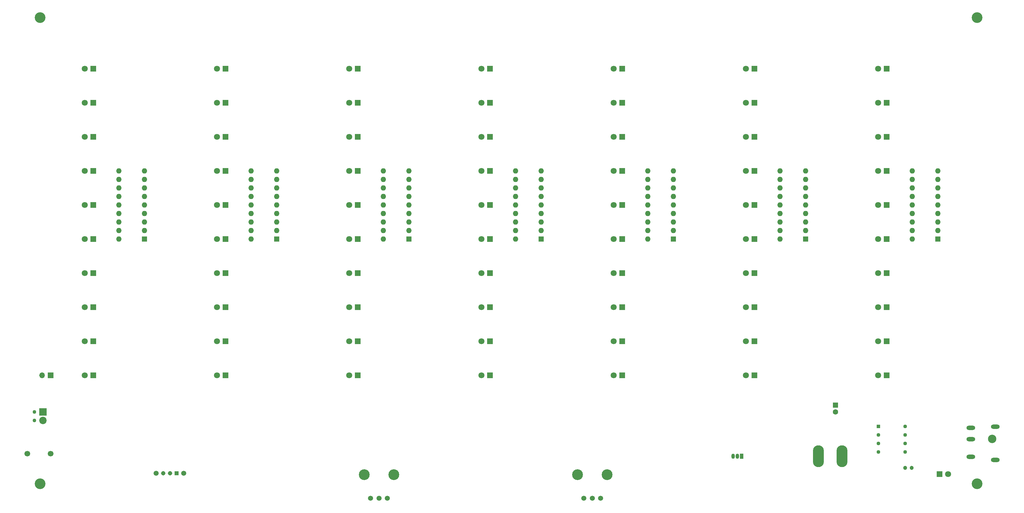
<source format=gbs>
%TF.GenerationSoftware,KiCad,Pcbnew,(6.0.4)*%
%TF.CreationDate,2023-08-04T00:29:49-04:00*%
%TF.ProjectId,Music_Visualizer,4d757369-635f-4566-9973-75616c697a65,rev?*%
%TF.SameCoordinates,Original*%
%TF.FileFunction,Soldermask,Bot*%
%TF.FilePolarity,Negative*%
%FSLAX46Y46*%
G04 Gerber Fmt 4.6, Leading zero omitted, Abs format (unit mm)*
G04 Created by KiCad (PCBNEW (6.0.4)) date 2023-08-04 00:29:49*
%MOMM*%
%LPD*%
G01*
G04 APERTURE LIST*
%ADD10O,2.616000X1.308000*%
%ADD11C,2.500000*%
%ADD12R,1.800000X1.800000*%
%ADD13C,1.800000*%
%ADD14C,1.200000*%
%ADD15C,3.200000*%
%ADD16R,1.600000X1.600000*%
%ADD17O,1.600000X1.600000*%
%ADD18C,1.700000*%
%ADD19C,1.508000*%
%ADD20C,3.216000*%
%ADD21C,1.100000*%
%ADD22R,2.200000X2.200000*%
%ADD23C,2.200000*%
%ADD24C,1.500000*%
%ADD25R,1.308000X1.308000*%
%ADD26C,1.308000*%
%ADD27C,1.600000*%
%ADD28R,1.050000X1.500000*%
%ADD29O,1.050000X1.500000*%
%ADD30R,1.700000X1.700000*%
%ADD31O,1.700000X1.700000*%
%ADD32O,3.260000X6.520000*%
%ADD33R,1.130000X1.130000*%
%ADD34C,1.130000*%
G04 APERTURE END LIST*
D10*
%TO.C,J2*%
X352437440Y-164860008D03*
D11*
X351437440Y-158660008D03*
D10*
X352437440Y-154960008D03*
X345137440Y-158760008D03*
X345137440Y-155360008D03*
X345137440Y-163960008D03*
%TD*%
D12*
%TO.C,D39*%
X201930000Y-58420000D03*
D13*
X199390000Y-58420000D03*
%TD*%
D14*
%TO.C,C55*%
X325517000Y-167259000D03*
X327517000Y-167259000D03*
%TD*%
D12*
%TO.C,D6*%
X83820000Y-88900000D03*
D13*
X81280000Y-88900000D03*
%TD*%
D12*
%TO.C,D65*%
X320040000Y-99060000D03*
D13*
X317500000Y-99060000D03*
%TD*%
D15*
%TO.C,H2*%
X347000000Y-33000000D03*
%TD*%
%TO.C,H1*%
X68000000Y-33000000D03*
%TD*%
D12*
%TO.C,D68*%
X320040000Y-68580000D03*
D13*
X317500000Y-68580000D03*
%TD*%
D12*
%TO.C,D44*%
X241300000Y-109220000D03*
D13*
X238760000Y-109220000D03*
%TD*%
D16*
%TO.C,U14*%
X256540000Y-99060000D03*
D17*
X256540000Y-96520000D03*
X256540000Y-93980000D03*
X256540000Y-91440000D03*
X256540000Y-88900000D03*
X256540000Y-86360000D03*
X256540000Y-83820000D03*
X256540000Y-81280000D03*
X256540000Y-78740000D03*
X248920000Y-78740000D03*
X248920000Y-81280000D03*
X248920000Y-83820000D03*
X248920000Y-86360000D03*
X248920000Y-88900000D03*
X248920000Y-91440000D03*
X248920000Y-93980000D03*
X248920000Y-96520000D03*
X248920000Y-99060000D03*
%TD*%
D12*
%TO.C,D51*%
X280670000Y-139700000D03*
D13*
X278130000Y-139700000D03*
%TD*%
D18*
%TO.C,J1*%
X64175000Y-163068000D03*
X71175000Y-163068000D03*
%TD*%
D19*
%TO.C,RV2*%
X229910000Y-176334750D03*
X232410000Y-176334750D03*
X234910000Y-176334750D03*
D20*
X228010000Y-169334750D03*
X236810000Y-169334750D03*
%TD*%
D12*
%TO.C,D21*%
X162560000Y-139700000D03*
D13*
X160020000Y-139700000D03*
%TD*%
D16*
%TO.C,U12*%
X177800000Y-99060000D03*
D17*
X177800000Y-96520000D03*
X177800000Y-93980000D03*
X177800000Y-91440000D03*
X177800000Y-88900000D03*
X177800000Y-86360000D03*
X177800000Y-83820000D03*
X177800000Y-81280000D03*
X177800000Y-78740000D03*
X170180000Y-78740000D03*
X170180000Y-81280000D03*
X170180000Y-83820000D03*
X170180000Y-86360000D03*
X170180000Y-88900000D03*
X170180000Y-91440000D03*
X170180000Y-93980000D03*
X170180000Y-96520000D03*
X170180000Y-99060000D03*
%TD*%
D12*
%TO.C,D60*%
X280670000Y-48260000D03*
D13*
X278130000Y-48260000D03*
%TD*%
D12*
%TO.C,D67*%
X320040000Y-78740000D03*
D13*
X317500000Y-78740000D03*
%TD*%
D21*
%TO.C,J3*%
X66294000Y-153162000D03*
X66294000Y-150622000D03*
D22*
X68834000Y-150622000D03*
D23*
X68834000Y-153162000D03*
%TD*%
D16*
%TO.C,U13*%
X217170000Y-99060000D03*
D17*
X217170000Y-96520000D03*
X217170000Y-93980000D03*
X217170000Y-91440000D03*
X217170000Y-88900000D03*
X217170000Y-86360000D03*
X217170000Y-83820000D03*
X217170000Y-81280000D03*
X217170000Y-78740000D03*
X209550000Y-78740000D03*
X209550000Y-81280000D03*
X209550000Y-83820000D03*
X209550000Y-86360000D03*
X209550000Y-88900000D03*
X209550000Y-91440000D03*
X209550000Y-93980000D03*
X209550000Y-96520000D03*
X209550000Y-99060000D03*
%TD*%
D12*
%TO.C,D2*%
X83820000Y-129540000D03*
D13*
X81280000Y-129540000D03*
%TD*%
D12*
%TO.C,D27*%
X162560000Y-78740000D03*
D13*
X160020000Y-78740000D03*
%TD*%
D12*
%TO.C,D13*%
X123190000Y-119380000D03*
D13*
X120650000Y-119380000D03*
%TD*%
D16*
%TO.C,U11*%
X138430000Y-99060000D03*
D17*
X138430000Y-96520000D03*
X138430000Y-93980000D03*
X138430000Y-91440000D03*
X138430000Y-88900000D03*
X138430000Y-86360000D03*
X138430000Y-83820000D03*
X138430000Y-81280000D03*
X138430000Y-78740000D03*
X130810000Y-78740000D03*
X130810000Y-81280000D03*
X130810000Y-83820000D03*
X130810000Y-86360000D03*
X130810000Y-88900000D03*
X130810000Y-91440000D03*
X130810000Y-93980000D03*
X130810000Y-96520000D03*
X130810000Y-99060000D03*
%TD*%
D12*
%TO.C,D5*%
X83820000Y-99060000D03*
D13*
X81280000Y-99060000D03*
%TD*%
D12*
%TO.C,D14*%
X123190000Y-109220000D03*
D13*
X120650000Y-109220000D03*
%TD*%
D12*
%TO.C,D40*%
X201930000Y-48260000D03*
D13*
X199390000Y-48260000D03*
%TD*%
D12*
%TO.C,D46*%
X241300000Y-88900000D03*
D13*
X238760000Y-88900000D03*
%TD*%
D12*
%TO.C,D8*%
X83820000Y-68580000D03*
D13*
X81280000Y-68580000D03*
%TD*%
D12*
%TO.C,D7*%
X83820000Y-78740000D03*
D13*
X81280000Y-78740000D03*
%TD*%
D12*
%TO.C,D37*%
X201930000Y-78740000D03*
D13*
X199390000Y-78740000D03*
%TD*%
D24*
%TO.C,SW1*%
X110780000Y-168910000D03*
X102580000Y-168910000D03*
D25*
X108680000Y-168910000D03*
D26*
X106680000Y-168910000D03*
X104680000Y-168910000D03*
%TD*%
D12*
%TO.C,D12*%
X123190000Y-129540000D03*
D13*
X120650000Y-129540000D03*
%TD*%
D12*
%TO.C,D58*%
X280670000Y-68580000D03*
D13*
X278130000Y-68580000D03*
%TD*%
D12*
%TO.C,D62*%
X320040000Y-129540000D03*
D13*
X317500000Y-129540000D03*
%TD*%
D12*
%TO.C,D55*%
X280670000Y-99060000D03*
D13*
X278130000Y-99060000D03*
%TD*%
D12*
%TO.C,D33*%
X201930000Y-119380000D03*
D13*
X199390000Y-119380000D03*
%TD*%
D12*
%TO.C,D18*%
X123190000Y-68580000D03*
D13*
X120650000Y-68580000D03*
%TD*%
D12*
%TO.C,D50*%
X241300000Y-48260000D03*
D13*
X238760000Y-48260000D03*
%TD*%
D16*
%TO.C,C59*%
X304800000Y-148590000D03*
D27*
X304800000Y-150590000D03*
%TD*%
D12*
%TO.C,D3*%
X83820000Y-119380000D03*
D13*
X81280000Y-119380000D03*
%TD*%
D12*
%TO.C,D47*%
X241300000Y-78740000D03*
D13*
X238760000Y-78740000D03*
%TD*%
D12*
%TO.C,D19*%
X123190000Y-58420000D03*
D13*
X120650000Y-58420000D03*
%TD*%
%TO.C,D71*%
X338323000Y-169164000D03*
D12*
X335783000Y-169164000D03*
%TD*%
%TO.C,D26*%
X162560000Y-88900000D03*
D13*
X160020000Y-88900000D03*
%TD*%
D12*
%TO.C,D49*%
X241300000Y-58420000D03*
D13*
X238760000Y-58420000D03*
%TD*%
D16*
%TO.C,U16*%
X335280000Y-99060000D03*
D17*
X335280000Y-96520000D03*
X335280000Y-93980000D03*
X335280000Y-91440000D03*
X335280000Y-88900000D03*
X335280000Y-86360000D03*
X335280000Y-83820000D03*
X335280000Y-81280000D03*
X335280000Y-78740000D03*
X327660000Y-78740000D03*
X327660000Y-81280000D03*
X327660000Y-83820000D03*
X327660000Y-86360000D03*
X327660000Y-88900000D03*
X327660000Y-91440000D03*
X327660000Y-93980000D03*
X327660000Y-96520000D03*
X327660000Y-99060000D03*
%TD*%
D12*
%TO.C,D54*%
X280670000Y-109220000D03*
D13*
X278130000Y-109220000D03*
%TD*%
D12*
%TO.C,D53*%
X280670000Y-119380000D03*
D13*
X278130000Y-119380000D03*
%TD*%
D12*
%TO.C,D25*%
X162560000Y-99060000D03*
D13*
X160020000Y-99060000D03*
%TD*%
D12*
%TO.C,D59*%
X280670000Y-58420000D03*
D13*
X278130000Y-58420000D03*
%TD*%
D15*
%TO.C,H3*%
X68000000Y-172000000D03*
%TD*%
D12*
%TO.C,D1*%
X83820000Y-139700000D03*
D13*
X81280000Y-139700000D03*
%TD*%
D12*
%TO.C,D22*%
X162560000Y-129540000D03*
D13*
X160020000Y-129540000D03*
%TD*%
D16*
%TO.C,U10*%
X99060000Y-99060000D03*
D17*
X99060000Y-96520000D03*
X99060000Y-93980000D03*
X99060000Y-91440000D03*
X99060000Y-88900000D03*
X99060000Y-86360000D03*
X99060000Y-83820000D03*
X99060000Y-81280000D03*
X99060000Y-78740000D03*
X91440000Y-78740000D03*
X91440000Y-81280000D03*
X91440000Y-83820000D03*
X91440000Y-86360000D03*
X91440000Y-88900000D03*
X91440000Y-91440000D03*
X91440000Y-93980000D03*
X91440000Y-96520000D03*
X91440000Y-99060000D03*
%TD*%
D12*
%TO.C,D32*%
X201930000Y-129540000D03*
D13*
X199390000Y-129540000D03*
%TD*%
D12*
%TO.C,D48*%
X241300000Y-68580000D03*
D13*
X238760000Y-68580000D03*
%TD*%
D28*
%TO.C,U9*%
X276860000Y-163830000D03*
D29*
X275590000Y-163830000D03*
X274320000Y-163830000D03*
%TD*%
D12*
%TO.C,D20*%
X123190000Y-48260000D03*
D13*
X120650000Y-48260000D03*
%TD*%
D12*
%TO.C,D9*%
X83820000Y-58420000D03*
D13*
X81280000Y-58420000D03*
%TD*%
D19*
%TO.C,RV1*%
X166410000Y-176334750D03*
X168910000Y-176334750D03*
X171410000Y-176334750D03*
D20*
X164510000Y-169334750D03*
X173310000Y-169334750D03*
%TD*%
D12*
%TO.C,D43*%
X241300000Y-119380000D03*
D13*
X238760000Y-119380000D03*
%TD*%
D12*
%TO.C,D4*%
X83820000Y-109220000D03*
D13*
X81280000Y-109220000D03*
%TD*%
D12*
%TO.C,D35*%
X201930000Y-99060000D03*
D13*
X199390000Y-99060000D03*
%TD*%
D30*
%TO.C,JP2*%
X71120000Y-139700000D03*
D31*
X68580000Y-139700000D03*
%TD*%
D12*
%TO.C,D63*%
X320040000Y-119380000D03*
D13*
X317500000Y-119380000D03*
%TD*%
D12*
%TO.C,D30*%
X162560000Y-48260000D03*
D13*
X160020000Y-48260000D03*
%TD*%
D12*
%TO.C,D36*%
X201930000Y-88900000D03*
D13*
X199390000Y-88900000D03*
%TD*%
D12*
%TO.C,D31*%
X201930000Y-139700000D03*
D13*
X199390000Y-139700000D03*
%TD*%
D12*
%TO.C,D69*%
X320040000Y-58420000D03*
D13*
X317500000Y-58420000D03*
%TD*%
D12*
%TO.C,D17*%
X123190000Y-78740000D03*
D13*
X120650000Y-78740000D03*
%TD*%
D12*
%TO.C,D66*%
X320040000Y-88900000D03*
D13*
X317500000Y-88900000D03*
%TD*%
D12*
%TO.C,D11*%
X123190000Y-139700000D03*
D13*
X120650000Y-139700000D03*
%TD*%
D12*
%TO.C,D41*%
X241300000Y-139700000D03*
D13*
X238760000Y-139700000D03*
%TD*%
D12*
%TO.C,D28*%
X162560000Y-68580000D03*
D13*
X160020000Y-68580000D03*
%TD*%
D12*
%TO.C,D15*%
X123190000Y-99060000D03*
D13*
X120650000Y-99060000D03*
%TD*%
D32*
%TO.C,SW2*%
X306720000Y-163830000D03*
X299720000Y-163830000D03*
%TD*%
D12*
%TO.C,D57*%
X280670000Y-78740000D03*
D13*
X278130000Y-78740000D03*
%TD*%
D12*
%TO.C,D16*%
X123190000Y-88900000D03*
D13*
X120650000Y-88900000D03*
%TD*%
D12*
%TO.C,D10*%
X83820000Y-48260000D03*
D13*
X81280000Y-48260000D03*
%TD*%
D12*
%TO.C,D52*%
X280670000Y-129540000D03*
D13*
X278130000Y-129540000D03*
%TD*%
D12*
%TO.C,D42*%
X241300000Y-129540000D03*
D13*
X238760000Y-129540000D03*
%TD*%
D12*
%TO.C,D34*%
X201930000Y-109220000D03*
D13*
X199390000Y-109220000D03*
%TD*%
D12*
%TO.C,D61*%
X320040000Y-139700000D03*
D13*
X317500000Y-139700000D03*
%TD*%
D12*
%TO.C,D29*%
X162560000Y-58420000D03*
D13*
X160020000Y-58420000D03*
%TD*%
D12*
%TO.C,D64*%
X320040000Y-109220000D03*
D13*
X317500000Y-109220000D03*
%TD*%
D12*
%TO.C,D56*%
X280670000Y-88900000D03*
D13*
X278130000Y-88900000D03*
%TD*%
D33*
%TO.C,U8*%
X317600000Y-154940000D03*
D34*
X317600000Y-157480000D03*
X317600000Y-160020000D03*
X317600000Y-162560000D03*
X325540000Y-162560000D03*
X325540000Y-160020000D03*
X325540000Y-157480000D03*
X325540000Y-154940000D03*
%TD*%
D12*
%TO.C,D70*%
X320040000Y-48260000D03*
D13*
X317500000Y-48260000D03*
%TD*%
D12*
%TO.C,D38*%
X201930000Y-68580000D03*
D13*
X199390000Y-68580000D03*
%TD*%
D12*
%TO.C,D24*%
X162560000Y-109220000D03*
D13*
X160020000Y-109220000D03*
%TD*%
D16*
%TO.C,U15*%
X295910000Y-99060000D03*
D17*
X295910000Y-96520000D03*
X295910000Y-93980000D03*
X295910000Y-91440000D03*
X295910000Y-88900000D03*
X295910000Y-86360000D03*
X295910000Y-83820000D03*
X295910000Y-81280000D03*
X295910000Y-78740000D03*
X288290000Y-78740000D03*
X288290000Y-81280000D03*
X288290000Y-83820000D03*
X288290000Y-86360000D03*
X288290000Y-88900000D03*
X288290000Y-91440000D03*
X288290000Y-93980000D03*
X288290000Y-96520000D03*
X288290000Y-99060000D03*
%TD*%
D12*
%TO.C,D45*%
X241300000Y-99060000D03*
D13*
X238760000Y-99060000D03*
%TD*%
D15*
%TO.C,H4*%
X347000000Y-172000000D03*
%TD*%
D12*
%TO.C,D23*%
X162560000Y-119380000D03*
D13*
X160020000Y-119380000D03*
%TD*%
M02*

</source>
